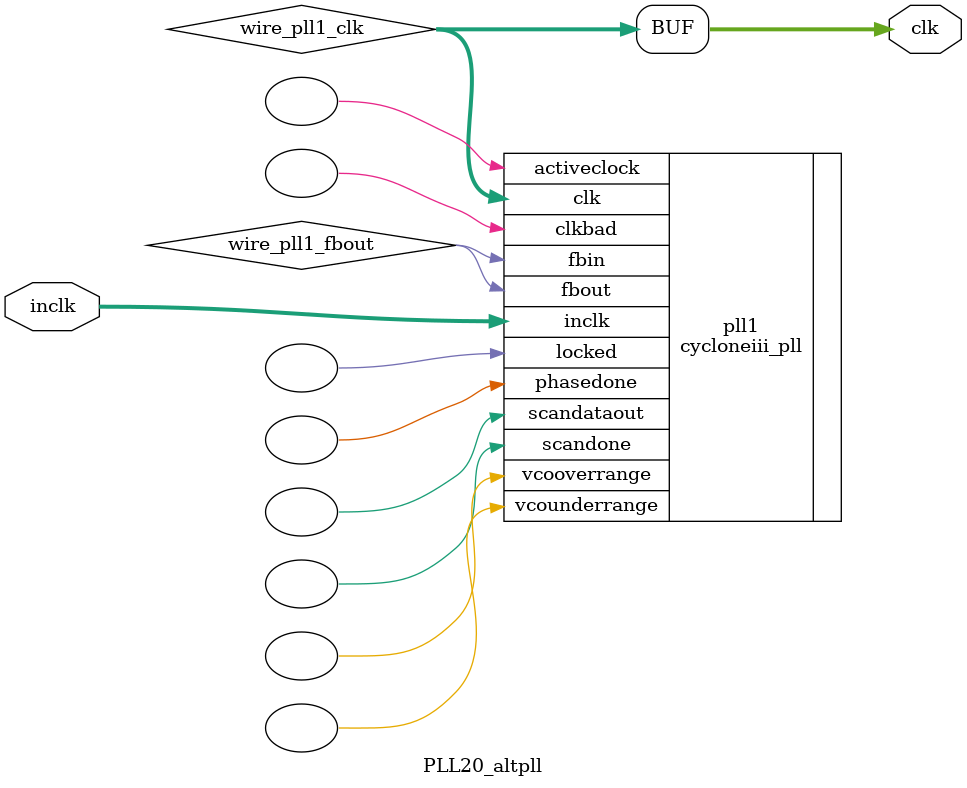
<source format=v>






//synthesis_resources = cycloneiii_pll 1 
//synopsys translate_off
`timescale 1 ps / 1 ps
//synopsys translate_on
module  PLL20_altpll
	( 
	clk,
	inclk) /* synthesis synthesis_clearbox=1 */;
	output   [4:0]  clk;
	input   [1:0]  inclk;
`ifndef ALTERA_RESERVED_QIS
// synopsys translate_off
`endif
	tri0   [1:0]  inclk;
`ifndef ALTERA_RESERVED_QIS
// synopsys translate_on
`endif

	wire  [4:0]   wire_pll1_clk;
	wire  wire_pll1_fbout;

	cycloneiii_pll   pll1
	( 
	.activeclock(),
	.clk(wire_pll1_clk),
	.clkbad(),
	.fbin(wire_pll1_fbout),
	.fbout(wire_pll1_fbout),
	.inclk(inclk),
	.locked(),
	.phasedone(),
	.scandataout(),
	.scandone(),
	.vcooverrange(),
	.vcounderrange()
	`ifndef FORMAL_VERIFICATION
	// synopsys translate_off
	`endif
	,
	.areset(1'b0),
	.clkswitch(1'b0),
	.configupdate(1'b0),
	.pfdena(1'b1),
	.phasecounterselect({3{1'b0}}),
	.phasestep(1'b0),
	.phaseupdown(1'b0),
	.scanclk(1'b0),
	.scanclkena(1'b1),
	.scandata(1'b0)
	`ifndef FORMAL_VERIFICATION
	// synopsys translate_on
	`endif
	);
	defparam
		pll1.bandwidth_type = "auto",
		pll1.clk0_divide_by = 10,
		pll1.clk0_duty_cycle = 50,
		pll1.clk0_multiply_by = 1,
		pll1.clk0_phase_shift = "0",
		pll1.compensate_clock = "clk0",
		pll1.inclk0_input_frequency = 50000,
		pll1.operation_mode = "normal",
		pll1.pll_type = "auto",
		pll1.lpm_type = "cycloneiii_pll";
	assign
		clk = wire_pll1_clk;
endmodule //PLL20_altpll
//VALID FILE

</source>
